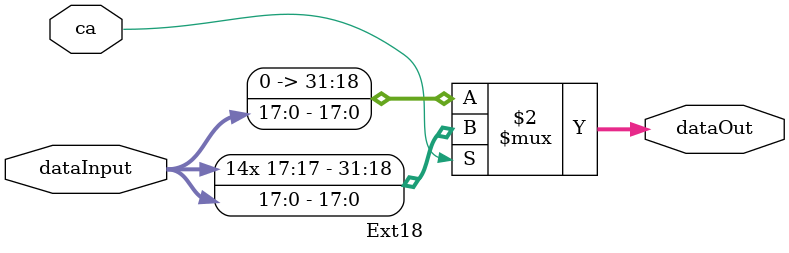
<source format=v>
`timescale 1ns / 1ps
module Ext5(
	input [4:0] dataInput,
	output [31:0] dataOut,
	input ca
);
	assign dataOut = (ca==0)?{27'b0,dataInput}:{{27{idata[4]}},idata};
endmodule



module Ext16(
	input [15:0] dataInput,
	output [31:0] dataOut,
	input ca
);
	assign dataOut=(ca == 0)?{16'b0,dataInput}:{{16{dataInput[15]}},dataInput};
endmodule




module Ext18(
	input [17:0] dataInput,
	output [31:0] dataOut,
	input ca
);
	assign dataOut = (ca == 0)?{14'b0,dataInput}:{{14{dataInput[17]}},dataInput};
endmodule 	
</source>
